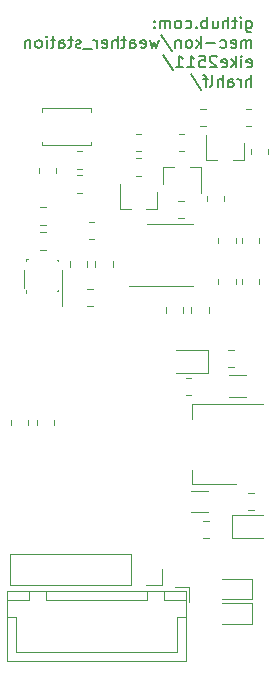
<source format=gbr>
G04 #@! TF.GenerationSoftware,KiCad,Pcbnew,5.1.8*
G04 #@! TF.CreationDate,2020-12-10T12:55:43+01:00*
G04 #@! TF.ProjectId,weather_station,77656174-6865-4725-9f73-746174696f6e,rev?*
G04 #@! TF.SameCoordinates,Original*
G04 #@! TF.FileFunction,Legend,Bot*
G04 #@! TF.FilePolarity,Positive*
%FSLAX46Y46*%
G04 Gerber Fmt 4.6, Leading zero omitted, Abs format (unit mm)*
G04 Created by KiCad (PCBNEW 5.1.8) date 2020-12-10 12:55:43*
%MOMM*%
%LPD*%
G01*
G04 APERTURE LIST*
%ADD10C,0.150000*%
%ADD11C,0.120000*%
%ADD12C,0.100000*%
G04 APERTURE END LIST*
D10*
X159010833Y-81510714D02*
X159010833Y-82320238D01*
X159058452Y-82415476D01*
X159106071Y-82463095D01*
X159201309Y-82510714D01*
X159344166Y-82510714D01*
X159439404Y-82463095D01*
X159010833Y-82129761D02*
X159106071Y-82177380D01*
X159296547Y-82177380D01*
X159391785Y-82129761D01*
X159439404Y-82082142D01*
X159487023Y-81986904D01*
X159487023Y-81701190D01*
X159439404Y-81605952D01*
X159391785Y-81558333D01*
X159296547Y-81510714D01*
X159106071Y-81510714D01*
X159010833Y-81558333D01*
X158534642Y-82177380D02*
X158534642Y-81510714D01*
X158534642Y-81177380D02*
X158582261Y-81225000D01*
X158534642Y-81272619D01*
X158487023Y-81225000D01*
X158534642Y-81177380D01*
X158534642Y-81272619D01*
X158201309Y-81510714D02*
X157820357Y-81510714D01*
X158058452Y-81177380D02*
X158058452Y-82034523D01*
X158010833Y-82129761D01*
X157915595Y-82177380D01*
X157820357Y-82177380D01*
X157487023Y-82177380D02*
X157487023Y-81177380D01*
X157058452Y-82177380D02*
X157058452Y-81653571D01*
X157106071Y-81558333D01*
X157201309Y-81510714D01*
X157344166Y-81510714D01*
X157439404Y-81558333D01*
X157487023Y-81605952D01*
X156153690Y-81510714D02*
X156153690Y-82177380D01*
X156582261Y-81510714D02*
X156582261Y-82034523D01*
X156534642Y-82129761D01*
X156439404Y-82177380D01*
X156296547Y-82177380D01*
X156201309Y-82129761D01*
X156153690Y-82082142D01*
X155677500Y-82177380D02*
X155677500Y-81177380D01*
X155677500Y-81558333D02*
X155582261Y-81510714D01*
X155391785Y-81510714D01*
X155296547Y-81558333D01*
X155248928Y-81605952D01*
X155201309Y-81701190D01*
X155201309Y-81986904D01*
X155248928Y-82082142D01*
X155296547Y-82129761D01*
X155391785Y-82177380D01*
X155582261Y-82177380D01*
X155677500Y-82129761D01*
X154772738Y-82082142D02*
X154725119Y-82129761D01*
X154772738Y-82177380D01*
X154820357Y-82129761D01*
X154772738Y-82082142D01*
X154772738Y-82177380D01*
X153867976Y-82129761D02*
X153963214Y-82177380D01*
X154153690Y-82177380D01*
X154248928Y-82129761D01*
X154296547Y-82082142D01*
X154344166Y-81986904D01*
X154344166Y-81701190D01*
X154296547Y-81605952D01*
X154248928Y-81558333D01*
X154153690Y-81510714D01*
X153963214Y-81510714D01*
X153867976Y-81558333D01*
X153296547Y-82177380D02*
X153391785Y-82129761D01*
X153439404Y-82082142D01*
X153487023Y-81986904D01*
X153487023Y-81701190D01*
X153439404Y-81605952D01*
X153391785Y-81558333D01*
X153296547Y-81510714D01*
X153153690Y-81510714D01*
X153058452Y-81558333D01*
X153010833Y-81605952D01*
X152963214Y-81701190D01*
X152963214Y-81986904D01*
X153010833Y-82082142D01*
X153058452Y-82129761D01*
X153153690Y-82177380D01*
X153296547Y-82177380D01*
X152534642Y-82177380D02*
X152534642Y-81510714D01*
X152534642Y-81605952D02*
X152487023Y-81558333D01*
X152391785Y-81510714D01*
X152248928Y-81510714D01*
X152153690Y-81558333D01*
X152106071Y-81653571D01*
X152106071Y-82177380D01*
X152106071Y-81653571D02*
X152058452Y-81558333D01*
X151963214Y-81510714D01*
X151820357Y-81510714D01*
X151725119Y-81558333D01*
X151677500Y-81653571D01*
X151677500Y-82177380D01*
X151201309Y-82082142D02*
X151153690Y-82129761D01*
X151201309Y-82177380D01*
X151248928Y-82129761D01*
X151201309Y-82082142D01*
X151201309Y-82177380D01*
X151201309Y-81558333D02*
X151153690Y-81605952D01*
X151201309Y-81653571D01*
X151248928Y-81605952D01*
X151201309Y-81558333D01*
X151201309Y-81653571D01*
X159439404Y-83827380D02*
X159439404Y-83160714D01*
X159439404Y-83255952D02*
X159391785Y-83208333D01*
X159296547Y-83160714D01*
X159153690Y-83160714D01*
X159058452Y-83208333D01*
X159010833Y-83303571D01*
X159010833Y-83827380D01*
X159010833Y-83303571D02*
X158963214Y-83208333D01*
X158867976Y-83160714D01*
X158725119Y-83160714D01*
X158629880Y-83208333D01*
X158582261Y-83303571D01*
X158582261Y-83827380D01*
X157725119Y-83779761D02*
X157820357Y-83827380D01*
X158010833Y-83827380D01*
X158106071Y-83779761D01*
X158153690Y-83684523D01*
X158153690Y-83303571D01*
X158106071Y-83208333D01*
X158010833Y-83160714D01*
X157820357Y-83160714D01*
X157725119Y-83208333D01*
X157677500Y-83303571D01*
X157677500Y-83398809D01*
X158153690Y-83494047D01*
X156820357Y-83779761D02*
X156915595Y-83827380D01*
X157106071Y-83827380D01*
X157201309Y-83779761D01*
X157248928Y-83732142D01*
X157296547Y-83636904D01*
X157296547Y-83351190D01*
X157248928Y-83255952D01*
X157201309Y-83208333D01*
X157106071Y-83160714D01*
X156915595Y-83160714D01*
X156820357Y-83208333D01*
X156391785Y-83446428D02*
X155629880Y-83446428D01*
X155153690Y-83827380D02*
X155153690Y-82827380D01*
X155058452Y-83446428D02*
X154772738Y-83827380D01*
X154772738Y-83160714D02*
X155153690Y-83541666D01*
X154201309Y-83827380D02*
X154296547Y-83779761D01*
X154344166Y-83732142D01*
X154391785Y-83636904D01*
X154391785Y-83351190D01*
X154344166Y-83255952D01*
X154296547Y-83208333D01*
X154201309Y-83160714D01*
X154058452Y-83160714D01*
X153963214Y-83208333D01*
X153915595Y-83255952D01*
X153867976Y-83351190D01*
X153867976Y-83636904D01*
X153915595Y-83732142D01*
X153963214Y-83779761D01*
X154058452Y-83827380D01*
X154201309Y-83827380D01*
X153439404Y-83160714D02*
X153439404Y-83827380D01*
X153439404Y-83255952D02*
X153391785Y-83208333D01*
X153296547Y-83160714D01*
X153153690Y-83160714D01*
X153058452Y-83208333D01*
X153010833Y-83303571D01*
X153010833Y-83827380D01*
X151820357Y-82779761D02*
X152677500Y-84065476D01*
X151582261Y-83160714D02*
X151391785Y-83827380D01*
X151201309Y-83351190D01*
X151010833Y-83827380D01*
X150820357Y-83160714D01*
X150058452Y-83779761D02*
X150153690Y-83827380D01*
X150344166Y-83827380D01*
X150439404Y-83779761D01*
X150487023Y-83684523D01*
X150487023Y-83303571D01*
X150439404Y-83208333D01*
X150344166Y-83160714D01*
X150153690Y-83160714D01*
X150058452Y-83208333D01*
X150010833Y-83303571D01*
X150010833Y-83398809D01*
X150487023Y-83494047D01*
X149153690Y-83827380D02*
X149153690Y-83303571D01*
X149201309Y-83208333D01*
X149296547Y-83160714D01*
X149487023Y-83160714D01*
X149582261Y-83208333D01*
X149153690Y-83779761D02*
X149248928Y-83827380D01*
X149487023Y-83827380D01*
X149582261Y-83779761D01*
X149629880Y-83684523D01*
X149629880Y-83589285D01*
X149582261Y-83494047D01*
X149487023Y-83446428D01*
X149248928Y-83446428D01*
X149153690Y-83398809D01*
X148820357Y-83160714D02*
X148439404Y-83160714D01*
X148677500Y-82827380D02*
X148677500Y-83684523D01*
X148629880Y-83779761D01*
X148534642Y-83827380D01*
X148439404Y-83827380D01*
X148106071Y-83827380D02*
X148106071Y-82827380D01*
X147677500Y-83827380D02*
X147677500Y-83303571D01*
X147725119Y-83208333D01*
X147820357Y-83160714D01*
X147963214Y-83160714D01*
X148058452Y-83208333D01*
X148106071Y-83255952D01*
X146820357Y-83779761D02*
X146915595Y-83827380D01*
X147106071Y-83827380D01*
X147201309Y-83779761D01*
X147248928Y-83684523D01*
X147248928Y-83303571D01*
X147201309Y-83208333D01*
X147106071Y-83160714D01*
X146915595Y-83160714D01*
X146820357Y-83208333D01*
X146772738Y-83303571D01*
X146772738Y-83398809D01*
X147248928Y-83494047D01*
X146344166Y-83827380D02*
X146344166Y-83160714D01*
X146344166Y-83351190D02*
X146296547Y-83255952D01*
X146248928Y-83208333D01*
X146153690Y-83160714D01*
X146058452Y-83160714D01*
X145963214Y-83922619D02*
X145201309Y-83922619D01*
X145010833Y-83779761D02*
X144915595Y-83827380D01*
X144725119Y-83827380D01*
X144629880Y-83779761D01*
X144582261Y-83684523D01*
X144582261Y-83636904D01*
X144629880Y-83541666D01*
X144725119Y-83494047D01*
X144867976Y-83494047D01*
X144963214Y-83446428D01*
X145010833Y-83351190D01*
X145010833Y-83303571D01*
X144963214Y-83208333D01*
X144867976Y-83160714D01*
X144725119Y-83160714D01*
X144629880Y-83208333D01*
X144296547Y-83160714D02*
X143915595Y-83160714D01*
X144153690Y-82827380D02*
X144153690Y-83684523D01*
X144106071Y-83779761D01*
X144010833Y-83827380D01*
X143915595Y-83827380D01*
X143153690Y-83827380D02*
X143153690Y-83303571D01*
X143201309Y-83208333D01*
X143296547Y-83160714D01*
X143487023Y-83160714D01*
X143582261Y-83208333D01*
X143153690Y-83779761D02*
X143248928Y-83827380D01*
X143487023Y-83827380D01*
X143582261Y-83779761D01*
X143629880Y-83684523D01*
X143629880Y-83589285D01*
X143582261Y-83494047D01*
X143487023Y-83446428D01*
X143248928Y-83446428D01*
X143153690Y-83398809D01*
X142820357Y-83160714D02*
X142439404Y-83160714D01*
X142677500Y-82827380D02*
X142677500Y-83684523D01*
X142629880Y-83779761D01*
X142534642Y-83827380D01*
X142439404Y-83827380D01*
X142106071Y-83827380D02*
X142106071Y-83160714D01*
X142106071Y-82827380D02*
X142153690Y-82875000D01*
X142106071Y-82922619D01*
X142058452Y-82875000D01*
X142106071Y-82827380D01*
X142106071Y-82922619D01*
X141487023Y-83827380D02*
X141582261Y-83779761D01*
X141629880Y-83732142D01*
X141677500Y-83636904D01*
X141677500Y-83351190D01*
X141629880Y-83255952D01*
X141582261Y-83208333D01*
X141487023Y-83160714D01*
X141344166Y-83160714D01*
X141248928Y-83208333D01*
X141201309Y-83255952D01*
X141153690Y-83351190D01*
X141153690Y-83636904D01*
X141201309Y-83732142D01*
X141248928Y-83779761D01*
X141344166Y-83827380D01*
X141487023Y-83827380D01*
X140725119Y-83160714D02*
X140725119Y-83827380D01*
X140725119Y-83255952D02*
X140677500Y-83208333D01*
X140582261Y-83160714D01*
X140439404Y-83160714D01*
X140344166Y-83208333D01*
X140296547Y-83303571D01*
X140296547Y-83827380D01*
X159058452Y-85429761D02*
X159153690Y-85477380D01*
X159344166Y-85477380D01*
X159439404Y-85429761D01*
X159487023Y-85334523D01*
X159487023Y-84953571D01*
X159439404Y-84858333D01*
X159344166Y-84810714D01*
X159153690Y-84810714D01*
X159058452Y-84858333D01*
X159010833Y-84953571D01*
X159010833Y-85048809D01*
X159487023Y-85144047D01*
X158582261Y-85477380D02*
X158582261Y-84810714D01*
X158582261Y-84477380D02*
X158629880Y-84525000D01*
X158582261Y-84572619D01*
X158534642Y-84525000D01*
X158582261Y-84477380D01*
X158582261Y-84572619D01*
X158106071Y-85477380D02*
X158106071Y-84477380D01*
X158010833Y-85096428D02*
X157725119Y-85477380D01*
X157725119Y-84810714D02*
X158106071Y-85191666D01*
X156915595Y-85429761D02*
X157010833Y-85477380D01*
X157201309Y-85477380D01*
X157296547Y-85429761D01*
X157344166Y-85334523D01*
X157344166Y-84953571D01*
X157296547Y-84858333D01*
X157201309Y-84810714D01*
X157010833Y-84810714D01*
X156915595Y-84858333D01*
X156867976Y-84953571D01*
X156867976Y-85048809D01*
X157344166Y-85144047D01*
X156487023Y-84572619D02*
X156439404Y-84525000D01*
X156344166Y-84477380D01*
X156106071Y-84477380D01*
X156010833Y-84525000D01*
X155963214Y-84572619D01*
X155915595Y-84667857D01*
X155915595Y-84763095D01*
X155963214Y-84905952D01*
X156534642Y-85477380D01*
X155915595Y-85477380D01*
X155010833Y-84477380D02*
X155487023Y-84477380D01*
X155534642Y-84953571D01*
X155487023Y-84905952D01*
X155391785Y-84858333D01*
X155153690Y-84858333D01*
X155058452Y-84905952D01*
X155010833Y-84953571D01*
X154963214Y-85048809D01*
X154963214Y-85286904D01*
X155010833Y-85382142D01*
X155058452Y-85429761D01*
X155153690Y-85477380D01*
X155391785Y-85477380D01*
X155487023Y-85429761D01*
X155534642Y-85382142D01*
X154010833Y-85477380D02*
X154582261Y-85477380D01*
X154296547Y-85477380D02*
X154296547Y-84477380D01*
X154391785Y-84620238D01*
X154487023Y-84715476D01*
X154582261Y-84763095D01*
X153058452Y-85477380D02*
X153629880Y-85477380D01*
X153344166Y-85477380D02*
X153344166Y-84477380D01*
X153439404Y-84620238D01*
X153534642Y-84715476D01*
X153629880Y-84763095D01*
X151915595Y-84429761D02*
X152772738Y-85715476D01*
X159439404Y-87127380D02*
X159439404Y-86127380D01*
X159010833Y-87127380D02*
X159010833Y-86603571D01*
X159058452Y-86508333D01*
X159153690Y-86460714D01*
X159296547Y-86460714D01*
X159391785Y-86508333D01*
X159439404Y-86555952D01*
X158534642Y-87127380D02*
X158534642Y-86460714D01*
X158534642Y-86651190D02*
X158487023Y-86555952D01*
X158439404Y-86508333D01*
X158344166Y-86460714D01*
X158248928Y-86460714D01*
X157487023Y-87127380D02*
X157487023Y-86603571D01*
X157534642Y-86508333D01*
X157629880Y-86460714D01*
X157820357Y-86460714D01*
X157915595Y-86508333D01*
X157487023Y-87079761D02*
X157582261Y-87127380D01*
X157820357Y-87127380D01*
X157915595Y-87079761D01*
X157963214Y-86984523D01*
X157963214Y-86889285D01*
X157915595Y-86794047D01*
X157820357Y-86746428D01*
X157582261Y-86746428D01*
X157487023Y-86698809D01*
X157010833Y-87127380D02*
X157010833Y-86127380D01*
X156582261Y-87127380D02*
X156582261Y-86603571D01*
X156629880Y-86508333D01*
X156725119Y-86460714D01*
X156867976Y-86460714D01*
X156963214Y-86508333D01*
X157010833Y-86555952D01*
X155963214Y-87127380D02*
X156058452Y-87079761D01*
X156106071Y-86984523D01*
X156106071Y-86127380D01*
X155725119Y-86460714D02*
X155344166Y-86460714D01*
X155582261Y-87127380D02*
X155582261Y-86270238D01*
X155534642Y-86175000D01*
X155439404Y-86127380D01*
X155344166Y-86127380D01*
X154296547Y-86079761D02*
X155153690Y-87365476D01*
D11*
X142071252Y-99455000D02*
X141548748Y-99455000D01*
X142071252Y-100925000D02*
X141548748Y-100925000D01*
X143430000Y-105675000D02*
X143430000Y-102675000D01*
X140210000Y-104175000D02*
X140210000Y-102675000D01*
X154180000Y-129490000D02*
X154180000Y-130740000D01*
X152930000Y-129490000D02*
X154180000Y-129490000D01*
X139530000Y-134990000D02*
X146330000Y-134990000D01*
X139530000Y-132040000D02*
X139530000Y-134990000D01*
X138780000Y-132040000D02*
X139530000Y-132040000D01*
X153130000Y-134990000D02*
X146330000Y-134990000D01*
X153130000Y-132040000D02*
X153130000Y-134990000D01*
X153880000Y-132040000D02*
X153130000Y-132040000D01*
X138780000Y-129790000D02*
X140580000Y-129790000D01*
X138780000Y-130540000D02*
X138780000Y-129790000D01*
X140580000Y-130540000D02*
X138780000Y-130540000D01*
X140580000Y-129790000D02*
X140580000Y-130540000D01*
X152080000Y-129790000D02*
X153880000Y-129790000D01*
X152080000Y-130540000D02*
X152080000Y-129790000D01*
X153880000Y-130540000D02*
X152080000Y-130540000D01*
X153880000Y-129790000D02*
X153880000Y-130540000D01*
X142080000Y-129790000D02*
X150580000Y-129790000D01*
X142080000Y-130540000D02*
X142080000Y-129790000D01*
X150580000Y-130540000D02*
X142080000Y-130540000D01*
X150580000Y-129790000D02*
X150580000Y-130540000D01*
X138770000Y-129780000D02*
X153890000Y-129780000D01*
X138770000Y-135750000D02*
X138770000Y-129780000D01*
X153890000Y-135750000D02*
X138770000Y-135750000D01*
X153890000Y-129780000D02*
X153890000Y-135750000D01*
X159470000Y-130870000D02*
X156920000Y-130870000D01*
X159470000Y-132570000D02*
X156920000Y-132570000D01*
X159470000Y-130870000D02*
X159470000Y-132570000D01*
X141750000Y-92080000D02*
X145890000Y-92080000D01*
X145890000Y-89240000D02*
X145890000Y-88940000D01*
X145890000Y-88940000D02*
X141750000Y-88940000D01*
X141750000Y-91780000D02*
X141750000Y-92080000D01*
X141750000Y-88940000D02*
X141750000Y-89240000D01*
X145890000Y-92080000D02*
X145890000Y-91780000D01*
X152535000Y-98735000D02*
X154485000Y-98735000D01*
X152535000Y-98735000D02*
X150585000Y-98735000D01*
X152535000Y-104005000D02*
X154485000Y-104005000D01*
X152535000Y-104005000D02*
X149085000Y-104005000D01*
X160385000Y-113970000D02*
X154375000Y-113970000D01*
X158135000Y-120790000D02*
X154375000Y-120790000D01*
X154375000Y-113970000D02*
X154375000Y-115230000D01*
X154375000Y-120790000D02*
X154375000Y-119530000D01*
X151840000Y-129310000D02*
X151840000Y-127980000D01*
X150510000Y-129310000D02*
X151840000Y-129310000D01*
X149240000Y-129310000D02*
X149240000Y-126650000D01*
X149240000Y-126650000D02*
X139020000Y-126650000D01*
X149240000Y-129310000D02*
X139020000Y-129310000D01*
X139020000Y-129310000D02*
X139020000Y-126650000D01*
X153262936Y-96775000D02*
X153717064Y-96775000D01*
X153262936Y-98245000D02*
X153717064Y-98245000D01*
X159480000Y-128820000D02*
X156930000Y-128820000D01*
X159480000Y-130520000D02*
X156930000Y-130520000D01*
X159480000Y-128820000D02*
X159480000Y-130520000D01*
X160440000Y-125320000D02*
X157755000Y-125320000D01*
X157755000Y-125320000D02*
X157755000Y-123400000D01*
X157755000Y-123400000D02*
X160440000Y-123400000D01*
X156630000Y-103837064D02*
X156630000Y-103382936D01*
X158100000Y-103837064D02*
X158100000Y-103382936D01*
X145555000Y-101897936D02*
X145555000Y-102352064D01*
X144085000Y-101897936D02*
X144085000Y-102352064D01*
X160125000Y-103837064D02*
X160125000Y-103382936D01*
X158655000Y-103837064D02*
X158655000Y-103382936D01*
X155127936Y-90450000D02*
X155582064Y-90450000D01*
X155127936Y-88980000D02*
X155582064Y-88980000D01*
X155771252Y-123140000D02*
X154348748Y-123140000D01*
X155771252Y-121320000D02*
X154348748Y-121320000D01*
X155846252Y-123845000D02*
X155323748Y-123845000D01*
X155846252Y-125315000D02*
X155323748Y-125315000D01*
X157468748Y-109375000D02*
X157991252Y-109375000D01*
X157468748Y-110845000D02*
X157991252Y-110845000D01*
X157543748Y-113370000D02*
X158966252Y-113370000D01*
X157543748Y-111550000D02*
X158966252Y-111550000D01*
X152200000Y-105758748D02*
X152200000Y-106281252D01*
X153670000Y-105758748D02*
X153670000Y-106281252D01*
X154350000Y-105758748D02*
X154350000Y-106281252D01*
X155820000Y-105758748D02*
X155820000Y-106281252D01*
X142081252Y-97325000D02*
X141558748Y-97325000D01*
X142081252Y-98795000D02*
X141558748Y-98795000D01*
X155755000Y-111340000D02*
X153070000Y-111340000D01*
X155755000Y-109420000D02*
X155755000Y-111340000D01*
X153070000Y-109420000D02*
X155755000Y-109420000D01*
X158785000Y-93350000D02*
X158785000Y-91890000D01*
X155625000Y-93350000D02*
X155625000Y-91190000D01*
X155625000Y-93350000D02*
X156555000Y-93350000D01*
X158785000Y-93350000D02*
X157855000Y-93350000D01*
X151460000Y-97475000D02*
X151460000Y-96015000D01*
X148300000Y-97475000D02*
X148300000Y-95315000D01*
X148300000Y-97475000D02*
X149230000Y-97475000D01*
X151460000Y-97475000D02*
X150530000Y-97475000D01*
X151975000Y-93930000D02*
X152905000Y-93930000D01*
X155135000Y-93930000D02*
X154205000Y-93930000D01*
X155135000Y-93930000D02*
X155135000Y-96090000D01*
X151975000Y-93930000D02*
X151975000Y-95390000D01*
X145127064Y-94615000D02*
X144672936Y-94615000D01*
X145127064Y-96085000D02*
X144672936Y-96085000D01*
X144672936Y-92590000D02*
X145127064Y-92590000D01*
X144672936Y-94060000D02*
X145127064Y-94060000D01*
X140565000Y-115797064D02*
X140565000Y-115342936D01*
X139095000Y-115797064D02*
X139095000Y-115342936D01*
X142715000Y-115342936D02*
X142715000Y-115797064D01*
X141245000Y-115342936D02*
X141245000Y-115797064D01*
X147685000Y-101885436D02*
X147685000Y-102339564D01*
X146215000Y-101885436D02*
X146215000Y-102339564D01*
X141415000Y-93997936D02*
X141415000Y-94452064D01*
X142885000Y-93997936D02*
X142885000Y-94452064D01*
X154317064Y-113225000D02*
X153862936Y-113225000D01*
X154317064Y-111755000D02*
X153862936Y-111755000D01*
X159192936Y-121505000D02*
X159647064Y-121505000D01*
X159192936Y-122975000D02*
X159647064Y-122975000D01*
X159370000Y-92362936D02*
X159370000Y-92817064D01*
X160840000Y-92362936D02*
X160840000Y-92817064D01*
X145660436Y-100005000D02*
X146114564Y-100005000D01*
X145660436Y-98535000D02*
X146114564Y-98535000D01*
X159407064Y-90450000D02*
X158952936Y-90450000D01*
X159407064Y-88980000D02*
X158952936Y-88980000D01*
X149652936Y-93180000D02*
X150107064Y-93180000D01*
X149652936Y-94650000D02*
X150107064Y-94650000D01*
X150107064Y-91080000D02*
X149652936Y-91080000D01*
X150107064Y-92550000D02*
X149652936Y-92550000D01*
X156630000Y-100362064D02*
X156630000Y-99907936D01*
X158100000Y-100362064D02*
X158100000Y-99907936D01*
X160125000Y-100362064D02*
X160125000Y-99907936D01*
X158655000Y-100362064D02*
X158655000Y-99907936D01*
X157135000Y-96372936D02*
X157135000Y-96827064D01*
X155665000Y-96372936D02*
X155665000Y-96827064D01*
X153302936Y-92550000D02*
X153757064Y-92550000D01*
X153302936Y-91080000D02*
X153757064Y-91080000D01*
X145552936Y-105675000D02*
X146007064Y-105675000D01*
X145552936Y-104205000D02*
X146007064Y-104205000D01*
D12*
X140395000Y-104300000D02*
X140395000Y-104550000D01*
X143095000Y-104450000D02*
X143095000Y-104300000D01*
X142945000Y-104450000D02*
X143095000Y-104450000D01*
X143095000Y-101750000D02*
X142945000Y-101750000D01*
X143095000Y-101750000D02*
X143095000Y-101900000D01*
X140395000Y-101750000D02*
X140395000Y-101900000D01*
X140395000Y-101740000D02*
X140545000Y-101740000D01*
M02*

</source>
